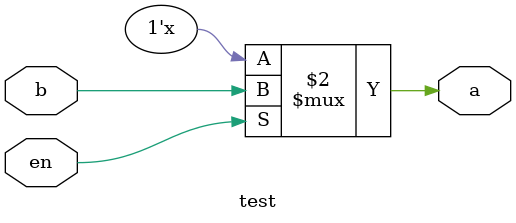
<source format=v>
module test(a, b, en);
    output reg a;
    input wire b;
    input wire en;
    always @(*) begin
        if (en) begin
            a <= b;
        end
    end
endmodule

</source>
